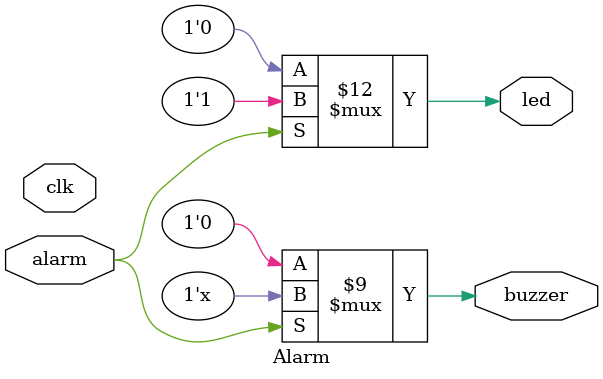
<source format=v>
module Alarm(
	input clk,
	input alarm,
	output reg led,
	output reg buzzer
	);
	parameter CLK_DIV_PERIDO=500000;//CLK /100
	reg [19:0] cnt;
	
	reg clk_div=0;
	always@(posedge clk)begin
		if(cnt>=(CLK_DIV_PERIDO-1)) begin
			cnt<=1'b0;
			clk_div=~clk_div;
		end
		else cnt<=cnt+1;
	end
	
	always@(clk_div) begin
	
		if(alarm)
			begin
				led=1;
				buzzer=~buzzer;
			end
		else
			begin
				led=1'b0;
				buzzer=1'b0;
			end
	end
	
endmodule

</source>
